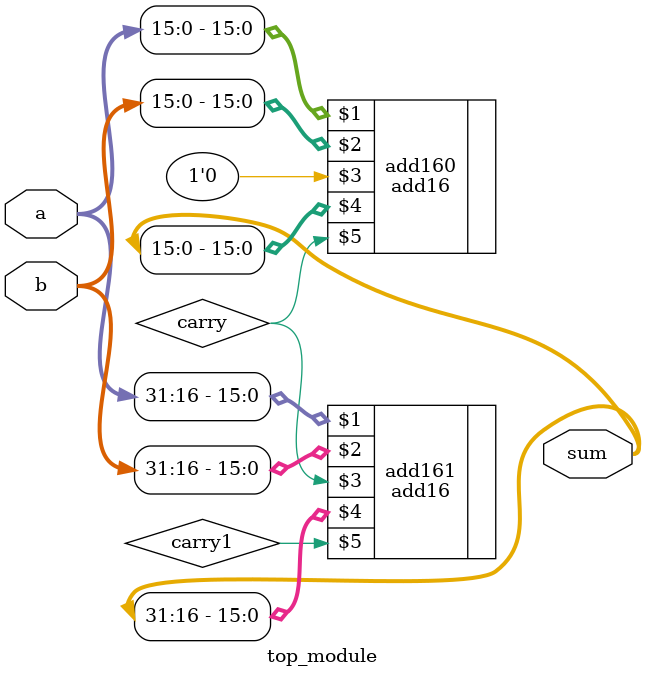
<source format=v>
module top_module(
    input [31:0] a,
    input [31:0] b,
    output [31:0] sum
);

    wire carry, carry1;
    add16 add160(a[15:0], b[15:0], 1'b0, sum[15:0], carry);
    add16 add161(a[31:16], b[31:16], carry, sum[31:16], carry1);
    
endmodule

</source>
